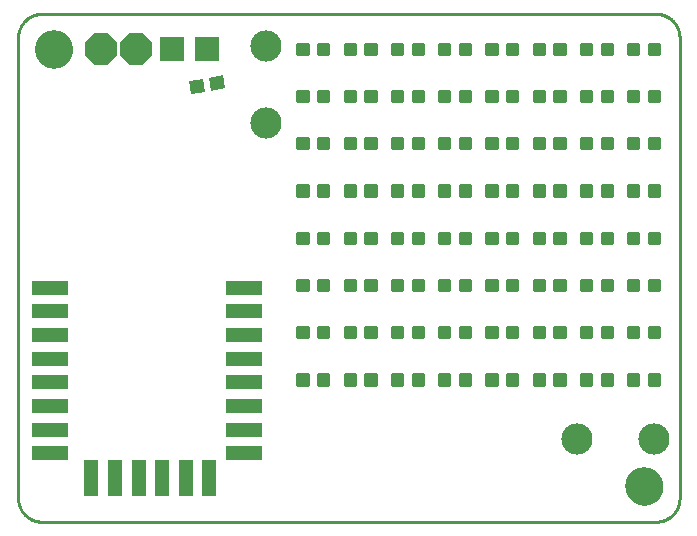
<source format=gts>
G75*
%MOIN*%
%OFA0B0*%
%FSLAX25Y25*%
%IPPOS*%
%LPD*%
%AMOC8*
5,1,8,0,0,1.08239X$1,22.5*
%
%ADD10C,0.01000*%
%ADD11C,0.00000*%
%ADD12C,0.12605*%
%ADD13C,0.01301*%
%ADD14OC8,0.10450*%
%ADD15R,0.04731X0.04337*%
%ADD16R,0.08274X0.08274*%
%ADD17C,0.10400*%
%ADD18R,0.12211X0.05124*%
%ADD19R,0.05124X0.12211*%
D10*
X0009374Y0001500D02*
X0214098Y0001500D01*
X0214288Y0001502D01*
X0214478Y0001509D01*
X0214668Y0001521D01*
X0214858Y0001537D01*
X0215047Y0001557D01*
X0215236Y0001583D01*
X0215424Y0001612D01*
X0215611Y0001647D01*
X0215797Y0001686D01*
X0215982Y0001729D01*
X0216167Y0001777D01*
X0216350Y0001829D01*
X0216531Y0001885D01*
X0216711Y0001946D01*
X0216890Y0002012D01*
X0217067Y0002081D01*
X0217243Y0002155D01*
X0217416Y0002233D01*
X0217588Y0002316D01*
X0217757Y0002402D01*
X0217925Y0002492D01*
X0218090Y0002587D01*
X0218253Y0002685D01*
X0218413Y0002788D01*
X0218571Y0002894D01*
X0218726Y0003004D01*
X0218879Y0003117D01*
X0219029Y0003235D01*
X0219175Y0003356D01*
X0219319Y0003480D01*
X0219460Y0003608D01*
X0219598Y0003739D01*
X0219733Y0003874D01*
X0219864Y0004012D01*
X0219992Y0004153D01*
X0220116Y0004297D01*
X0220237Y0004443D01*
X0220355Y0004593D01*
X0220468Y0004746D01*
X0220578Y0004901D01*
X0220684Y0005059D01*
X0220787Y0005219D01*
X0220885Y0005382D01*
X0220980Y0005547D01*
X0221070Y0005715D01*
X0221156Y0005884D01*
X0221239Y0006056D01*
X0221317Y0006229D01*
X0221391Y0006405D01*
X0221460Y0006582D01*
X0221526Y0006761D01*
X0221587Y0006941D01*
X0221643Y0007122D01*
X0221695Y0007305D01*
X0221743Y0007490D01*
X0221786Y0007675D01*
X0221825Y0007861D01*
X0221860Y0008048D01*
X0221889Y0008236D01*
X0221915Y0008425D01*
X0221935Y0008614D01*
X0221951Y0008804D01*
X0221963Y0008994D01*
X0221970Y0009184D01*
X0221972Y0009374D01*
X0221972Y0162917D01*
X0221970Y0163107D01*
X0221963Y0163297D01*
X0221951Y0163487D01*
X0221935Y0163677D01*
X0221915Y0163866D01*
X0221889Y0164055D01*
X0221860Y0164243D01*
X0221825Y0164430D01*
X0221786Y0164616D01*
X0221743Y0164801D01*
X0221695Y0164986D01*
X0221643Y0165169D01*
X0221587Y0165350D01*
X0221526Y0165530D01*
X0221460Y0165709D01*
X0221391Y0165886D01*
X0221317Y0166062D01*
X0221239Y0166235D01*
X0221156Y0166407D01*
X0221070Y0166576D01*
X0220980Y0166744D01*
X0220885Y0166909D01*
X0220787Y0167072D01*
X0220684Y0167232D01*
X0220578Y0167390D01*
X0220468Y0167545D01*
X0220355Y0167698D01*
X0220237Y0167848D01*
X0220116Y0167994D01*
X0219992Y0168138D01*
X0219864Y0168279D01*
X0219733Y0168417D01*
X0219598Y0168552D01*
X0219460Y0168683D01*
X0219319Y0168811D01*
X0219175Y0168935D01*
X0219029Y0169056D01*
X0218879Y0169174D01*
X0218726Y0169287D01*
X0218571Y0169397D01*
X0218413Y0169503D01*
X0218253Y0169606D01*
X0218090Y0169704D01*
X0217925Y0169799D01*
X0217757Y0169889D01*
X0217588Y0169975D01*
X0217416Y0170058D01*
X0217243Y0170136D01*
X0217067Y0170210D01*
X0216890Y0170279D01*
X0216711Y0170345D01*
X0216531Y0170406D01*
X0216350Y0170462D01*
X0216167Y0170514D01*
X0215982Y0170562D01*
X0215797Y0170605D01*
X0215611Y0170644D01*
X0215424Y0170679D01*
X0215236Y0170708D01*
X0215047Y0170734D01*
X0214858Y0170754D01*
X0214668Y0170770D01*
X0214478Y0170782D01*
X0214288Y0170789D01*
X0214098Y0170791D01*
X0009374Y0170791D01*
X0009184Y0170789D01*
X0008994Y0170782D01*
X0008804Y0170770D01*
X0008614Y0170754D01*
X0008425Y0170734D01*
X0008236Y0170708D01*
X0008048Y0170679D01*
X0007861Y0170644D01*
X0007675Y0170605D01*
X0007490Y0170562D01*
X0007305Y0170514D01*
X0007122Y0170462D01*
X0006941Y0170406D01*
X0006761Y0170345D01*
X0006582Y0170279D01*
X0006405Y0170210D01*
X0006229Y0170136D01*
X0006056Y0170058D01*
X0005884Y0169975D01*
X0005715Y0169889D01*
X0005547Y0169799D01*
X0005382Y0169704D01*
X0005219Y0169606D01*
X0005059Y0169503D01*
X0004901Y0169397D01*
X0004746Y0169287D01*
X0004593Y0169174D01*
X0004443Y0169056D01*
X0004297Y0168935D01*
X0004153Y0168811D01*
X0004012Y0168683D01*
X0003874Y0168552D01*
X0003739Y0168417D01*
X0003608Y0168279D01*
X0003480Y0168138D01*
X0003356Y0167994D01*
X0003235Y0167848D01*
X0003117Y0167698D01*
X0003004Y0167545D01*
X0002894Y0167390D01*
X0002788Y0167232D01*
X0002685Y0167072D01*
X0002587Y0166909D01*
X0002492Y0166744D01*
X0002402Y0166576D01*
X0002316Y0166407D01*
X0002233Y0166235D01*
X0002155Y0166062D01*
X0002081Y0165886D01*
X0002012Y0165709D01*
X0001946Y0165530D01*
X0001885Y0165350D01*
X0001829Y0165169D01*
X0001777Y0164986D01*
X0001729Y0164801D01*
X0001686Y0164616D01*
X0001647Y0164430D01*
X0001612Y0164243D01*
X0001583Y0164055D01*
X0001557Y0163866D01*
X0001537Y0163677D01*
X0001521Y0163487D01*
X0001509Y0163297D01*
X0001502Y0163107D01*
X0001500Y0162917D01*
X0001500Y0009374D01*
X0001502Y0009184D01*
X0001509Y0008994D01*
X0001521Y0008804D01*
X0001537Y0008614D01*
X0001557Y0008425D01*
X0001583Y0008236D01*
X0001612Y0008048D01*
X0001647Y0007861D01*
X0001686Y0007675D01*
X0001729Y0007490D01*
X0001777Y0007305D01*
X0001829Y0007122D01*
X0001885Y0006941D01*
X0001946Y0006761D01*
X0002012Y0006582D01*
X0002081Y0006405D01*
X0002155Y0006229D01*
X0002233Y0006056D01*
X0002316Y0005884D01*
X0002402Y0005715D01*
X0002492Y0005547D01*
X0002587Y0005382D01*
X0002685Y0005219D01*
X0002788Y0005059D01*
X0002894Y0004901D01*
X0003004Y0004746D01*
X0003117Y0004593D01*
X0003235Y0004443D01*
X0003356Y0004297D01*
X0003480Y0004153D01*
X0003608Y0004012D01*
X0003739Y0003874D01*
X0003874Y0003739D01*
X0004012Y0003608D01*
X0004153Y0003480D01*
X0004297Y0003356D01*
X0004443Y0003235D01*
X0004593Y0003117D01*
X0004746Y0003004D01*
X0004901Y0002894D01*
X0005059Y0002788D01*
X0005219Y0002685D01*
X0005382Y0002587D01*
X0005547Y0002492D01*
X0005715Y0002402D01*
X0005884Y0002316D01*
X0006056Y0002233D01*
X0006229Y0002155D01*
X0006405Y0002081D01*
X0006582Y0002012D01*
X0006761Y0001946D01*
X0006941Y0001885D01*
X0007122Y0001829D01*
X0007305Y0001777D01*
X0007490Y0001729D01*
X0007675Y0001686D01*
X0007861Y0001647D01*
X0008048Y0001612D01*
X0008236Y0001583D01*
X0008425Y0001557D01*
X0008614Y0001537D01*
X0008804Y0001521D01*
X0008994Y0001509D01*
X0009184Y0001502D01*
X0009374Y0001500D01*
D11*
X0204059Y0013311D02*
X0204061Y0013467D01*
X0204067Y0013623D01*
X0204077Y0013778D01*
X0204091Y0013933D01*
X0204109Y0014088D01*
X0204131Y0014242D01*
X0204156Y0014396D01*
X0204186Y0014549D01*
X0204220Y0014701D01*
X0204257Y0014853D01*
X0204298Y0015003D01*
X0204343Y0015152D01*
X0204392Y0015300D01*
X0204445Y0015447D01*
X0204501Y0015592D01*
X0204561Y0015736D01*
X0204625Y0015878D01*
X0204693Y0016019D01*
X0204764Y0016157D01*
X0204838Y0016294D01*
X0204916Y0016429D01*
X0204997Y0016562D01*
X0205082Y0016693D01*
X0205170Y0016822D01*
X0205261Y0016948D01*
X0205356Y0017072D01*
X0205453Y0017193D01*
X0205554Y0017312D01*
X0205658Y0017429D01*
X0205764Y0017542D01*
X0205874Y0017653D01*
X0205986Y0017761D01*
X0206101Y0017866D01*
X0206219Y0017969D01*
X0206339Y0018068D01*
X0206462Y0018164D01*
X0206587Y0018257D01*
X0206714Y0018346D01*
X0206844Y0018433D01*
X0206976Y0018516D01*
X0207110Y0018595D01*
X0207246Y0018672D01*
X0207384Y0018744D01*
X0207523Y0018814D01*
X0207665Y0018879D01*
X0207808Y0018941D01*
X0207952Y0018999D01*
X0208098Y0019054D01*
X0208246Y0019105D01*
X0208394Y0019152D01*
X0208544Y0019195D01*
X0208695Y0019234D01*
X0208847Y0019270D01*
X0208999Y0019301D01*
X0209153Y0019329D01*
X0209307Y0019353D01*
X0209461Y0019373D01*
X0209616Y0019389D01*
X0209772Y0019401D01*
X0209927Y0019409D01*
X0210083Y0019413D01*
X0210239Y0019413D01*
X0210395Y0019409D01*
X0210550Y0019401D01*
X0210706Y0019389D01*
X0210861Y0019373D01*
X0211015Y0019353D01*
X0211169Y0019329D01*
X0211323Y0019301D01*
X0211475Y0019270D01*
X0211627Y0019234D01*
X0211778Y0019195D01*
X0211928Y0019152D01*
X0212076Y0019105D01*
X0212224Y0019054D01*
X0212370Y0018999D01*
X0212514Y0018941D01*
X0212657Y0018879D01*
X0212799Y0018814D01*
X0212938Y0018744D01*
X0213076Y0018672D01*
X0213212Y0018595D01*
X0213346Y0018516D01*
X0213478Y0018433D01*
X0213608Y0018346D01*
X0213735Y0018257D01*
X0213860Y0018164D01*
X0213983Y0018068D01*
X0214103Y0017969D01*
X0214221Y0017866D01*
X0214336Y0017761D01*
X0214448Y0017653D01*
X0214558Y0017542D01*
X0214664Y0017429D01*
X0214768Y0017312D01*
X0214869Y0017193D01*
X0214966Y0017072D01*
X0215061Y0016948D01*
X0215152Y0016822D01*
X0215240Y0016693D01*
X0215325Y0016562D01*
X0215406Y0016429D01*
X0215484Y0016294D01*
X0215558Y0016157D01*
X0215629Y0016019D01*
X0215697Y0015878D01*
X0215761Y0015736D01*
X0215821Y0015592D01*
X0215877Y0015447D01*
X0215930Y0015300D01*
X0215979Y0015152D01*
X0216024Y0015003D01*
X0216065Y0014853D01*
X0216102Y0014701D01*
X0216136Y0014549D01*
X0216166Y0014396D01*
X0216191Y0014242D01*
X0216213Y0014088D01*
X0216231Y0013933D01*
X0216245Y0013778D01*
X0216255Y0013623D01*
X0216261Y0013467D01*
X0216263Y0013311D01*
X0216261Y0013155D01*
X0216255Y0012999D01*
X0216245Y0012844D01*
X0216231Y0012689D01*
X0216213Y0012534D01*
X0216191Y0012380D01*
X0216166Y0012226D01*
X0216136Y0012073D01*
X0216102Y0011921D01*
X0216065Y0011769D01*
X0216024Y0011619D01*
X0215979Y0011470D01*
X0215930Y0011322D01*
X0215877Y0011175D01*
X0215821Y0011030D01*
X0215761Y0010886D01*
X0215697Y0010744D01*
X0215629Y0010603D01*
X0215558Y0010465D01*
X0215484Y0010328D01*
X0215406Y0010193D01*
X0215325Y0010060D01*
X0215240Y0009929D01*
X0215152Y0009800D01*
X0215061Y0009674D01*
X0214966Y0009550D01*
X0214869Y0009429D01*
X0214768Y0009310D01*
X0214664Y0009193D01*
X0214558Y0009080D01*
X0214448Y0008969D01*
X0214336Y0008861D01*
X0214221Y0008756D01*
X0214103Y0008653D01*
X0213983Y0008554D01*
X0213860Y0008458D01*
X0213735Y0008365D01*
X0213608Y0008276D01*
X0213478Y0008189D01*
X0213346Y0008106D01*
X0213212Y0008027D01*
X0213076Y0007950D01*
X0212938Y0007878D01*
X0212799Y0007808D01*
X0212657Y0007743D01*
X0212514Y0007681D01*
X0212370Y0007623D01*
X0212224Y0007568D01*
X0212076Y0007517D01*
X0211928Y0007470D01*
X0211778Y0007427D01*
X0211627Y0007388D01*
X0211475Y0007352D01*
X0211323Y0007321D01*
X0211169Y0007293D01*
X0211015Y0007269D01*
X0210861Y0007249D01*
X0210706Y0007233D01*
X0210550Y0007221D01*
X0210395Y0007213D01*
X0210239Y0007209D01*
X0210083Y0007209D01*
X0209927Y0007213D01*
X0209772Y0007221D01*
X0209616Y0007233D01*
X0209461Y0007249D01*
X0209307Y0007269D01*
X0209153Y0007293D01*
X0208999Y0007321D01*
X0208847Y0007352D01*
X0208695Y0007388D01*
X0208544Y0007427D01*
X0208394Y0007470D01*
X0208246Y0007517D01*
X0208098Y0007568D01*
X0207952Y0007623D01*
X0207808Y0007681D01*
X0207665Y0007743D01*
X0207523Y0007808D01*
X0207384Y0007878D01*
X0207246Y0007950D01*
X0207110Y0008027D01*
X0206976Y0008106D01*
X0206844Y0008189D01*
X0206714Y0008276D01*
X0206587Y0008365D01*
X0206462Y0008458D01*
X0206339Y0008554D01*
X0206219Y0008653D01*
X0206101Y0008756D01*
X0205986Y0008861D01*
X0205874Y0008969D01*
X0205764Y0009080D01*
X0205658Y0009193D01*
X0205554Y0009310D01*
X0205453Y0009429D01*
X0205356Y0009550D01*
X0205261Y0009674D01*
X0205170Y0009800D01*
X0205082Y0009929D01*
X0204997Y0010060D01*
X0204916Y0010193D01*
X0204838Y0010328D01*
X0204764Y0010465D01*
X0204693Y0010603D01*
X0204625Y0010744D01*
X0204561Y0010886D01*
X0204501Y0011030D01*
X0204445Y0011175D01*
X0204392Y0011322D01*
X0204343Y0011470D01*
X0204298Y0011619D01*
X0204257Y0011769D01*
X0204220Y0011921D01*
X0204186Y0012073D01*
X0204156Y0012226D01*
X0204131Y0012380D01*
X0204109Y0012534D01*
X0204091Y0012689D01*
X0204077Y0012844D01*
X0204067Y0012999D01*
X0204061Y0013155D01*
X0204059Y0013311D01*
X0007209Y0158980D02*
X0007211Y0159136D01*
X0007217Y0159292D01*
X0007227Y0159447D01*
X0007241Y0159602D01*
X0007259Y0159757D01*
X0007281Y0159911D01*
X0007306Y0160065D01*
X0007336Y0160218D01*
X0007370Y0160370D01*
X0007407Y0160522D01*
X0007448Y0160672D01*
X0007493Y0160821D01*
X0007542Y0160969D01*
X0007595Y0161116D01*
X0007651Y0161261D01*
X0007711Y0161405D01*
X0007775Y0161547D01*
X0007843Y0161688D01*
X0007914Y0161826D01*
X0007988Y0161963D01*
X0008066Y0162098D01*
X0008147Y0162231D01*
X0008232Y0162362D01*
X0008320Y0162491D01*
X0008411Y0162617D01*
X0008506Y0162741D01*
X0008603Y0162862D01*
X0008704Y0162981D01*
X0008808Y0163098D01*
X0008914Y0163211D01*
X0009024Y0163322D01*
X0009136Y0163430D01*
X0009251Y0163535D01*
X0009369Y0163638D01*
X0009489Y0163737D01*
X0009612Y0163833D01*
X0009737Y0163926D01*
X0009864Y0164015D01*
X0009994Y0164102D01*
X0010126Y0164185D01*
X0010260Y0164264D01*
X0010396Y0164341D01*
X0010534Y0164413D01*
X0010673Y0164483D01*
X0010815Y0164548D01*
X0010958Y0164610D01*
X0011102Y0164668D01*
X0011248Y0164723D01*
X0011396Y0164774D01*
X0011544Y0164821D01*
X0011694Y0164864D01*
X0011845Y0164903D01*
X0011997Y0164939D01*
X0012149Y0164970D01*
X0012303Y0164998D01*
X0012457Y0165022D01*
X0012611Y0165042D01*
X0012766Y0165058D01*
X0012922Y0165070D01*
X0013077Y0165078D01*
X0013233Y0165082D01*
X0013389Y0165082D01*
X0013545Y0165078D01*
X0013700Y0165070D01*
X0013856Y0165058D01*
X0014011Y0165042D01*
X0014165Y0165022D01*
X0014319Y0164998D01*
X0014473Y0164970D01*
X0014625Y0164939D01*
X0014777Y0164903D01*
X0014928Y0164864D01*
X0015078Y0164821D01*
X0015226Y0164774D01*
X0015374Y0164723D01*
X0015520Y0164668D01*
X0015664Y0164610D01*
X0015807Y0164548D01*
X0015949Y0164483D01*
X0016088Y0164413D01*
X0016226Y0164341D01*
X0016362Y0164264D01*
X0016496Y0164185D01*
X0016628Y0164102D01*
X0016758Y0164015D01*
X0016885Y0163926D01*
X0017010Y0163833D01*
X0017133Y0163737D01*
X0017253Y0163638D01*
X0017371Y0163535D01*
X0017486Y0163430D01*
X0017598Y0163322D01*
X0017708Y0163211D01*
X0017814Y0163098D01*
X0017918Y0162981D01*
X0018019Y0162862D01*
X0018116Y0162741D01*
X0018211Y0162617D01*
X0018302Y0162491D01*
X0018390Y0162362D01*
X0018475Y0162231D01*
X0018556Y0162098D01*
X0018634Y0161963D01*
X0018708Y0161826D01*
X0018779Y0161688D01*
X0018847Y0161547D01*
X0018911Y0161405D01*
X0018971Y0161261D01*
X0019027Y0161116D01*
X0019080Y0160969D01*
X0019129Y0160821D01*
X0019174Y0160672D01*
X0019215Y0160522D01*
X0019252Y0160370D01*
X0019286Y0160218D01*
X0019316Y0160065D01*
X0019341Y0159911D01*
X0019363Y0159757D01*
X0019381Y0159602D01*
X0019395Y0159447D01*
X0019405Y0159292D01*
X0019411Y0159136D01*
X0019413Y0158980D01*
X0019411Y0158824D01*
X0019405Y0158668D01*
X0019395Y0158513D01*
X0019381Y0158358D01*
X0019363Y0158203D01*
X0019341Y0158049D01*
X0019316Y0157895D01*
X0019286Y0157742D01*
X0019252Y0157590D01*
X0019215Y0157438D01*
X0019174Y0157288D01*
X0019129Y0157139D01*
X0019080Y0156991D01*
X0019027Y0156844D01*
X0018971Y0156699D01*
X0018911Y0156555D01*
X0018847Y0156413D01*
X0018779Y0156272D01*
X0018708Y0156134D01*
X0018634Y0155997D01*
X0018556Y0155862D01*
X0018475Y0155729D01*
X0018390Y0155598D01*
X0018302Y0155469D01*
X0018211Y0155343D01*
X0018116Y0155219D01*
X0018019Y0155098D01*
X0017918Y0154979D01*
X0017814Y0154862D01*
X0017708Y0154749D01*
X0017598Y0154638D01*
X0017486Y0154530D01*
X0017371Y0154425D01*
X0017253Y0154322D01*
X0017133Y0154223D01*
X0017010Y0154127D01*
X0016885Y0154034D01*
X0016758Y0153945D01*
X0016628Y0153858D01*
X0016496Y0153775D01*
X0016362Y0153696D01*
X0016226Y0153619D01*
X0016088Y0153547D01*
X0015949Y0153477D01*
X0015807Y0153412D01*
X0015664Y0153350D01*
X0015520Y0153292D01*
X0015374Y0153237D01*
X0015226Y0153186D01*
X0015078Y0153139D01*
X0014928Y0153096D01*
X0014777Y0153057D01*
X0014625Y0153021D01*
X0014473Y0152990D01*
X0014319Y0152962D01*
X0014165Y0152938D01*
X0014011Y0152918D01*
X0013856Y0152902D01*
X0013700Y0152890D01*
X0013545Y0152882D01*
X0013389Y0152878D01*
X0013233Y0152878D01*
X0013077Y0152882D01*
X0012922Y0152890D01*
X0012766Y0152902D01*
X0012611Y0152918D01*
X0012457Y0152938D01*
X0012303Y0152962D01*
X0012149Y0152990D01*
X0011997Y0153021D01*
X0011845Y0153057D01*
X0011694Y0153096D01*
X0011544Y0153139D01*
X0011396Y0153186D01*
X0011248Y0153237D01*
X0011102Y0153292D01*
X0010958Y0153350D01*
X0010815Y0153412D01*
X0010673Y0153477D01*
X0010534Y0153547D01*
X0010396Y0153619D01*
X0010260Y0153696D01*
X0010126Y0153775D01*
X0009994Y0153858D01*
X0009864Y0153945D01*
X0009737Y0154034D01*
X0009612Y0154127D01*
X0009489Y0154223D01*
X0009369Y0154322D01*
X0009251Y0154425D01*
X0009136Y0154530D01*
X0009024Y0154638D01*
X0008914Y0154749D01*
X0008808Y0154862D01*
X0008704Y0154979D01*
X0008603Y0155098D01*
X0008506Y0155219D01*
X0008411Y0155343D01*
X0008320Y0155469D01*
X0008232Y0155598D01*
X0008147Y0155729D01*
X0008066Y0155862D01*
X0007988Y0155997D01*
X0007914Y0156134D01*
X0007843Y0156272D01*
X0007775Y0156413D01*
X0007711Y0156555D01*
X0007651Y0156699D01*
X0007595Y0156844D01*
X0007542Y0156991D01*
X0007493Y0157139D01*
X0007448Y0157288D01*
X0007407Y0157438D01*
X0007370Y0157590D01*
X0007336Y0157742D01*
X0007306Y0157895D01*
X0007281Y0158049D01*
X0007259Y0158203D01*
X0007241Y0158358D01*
X0007227Y0158513D01*
X0007217Y0158668D01*
X0007211Y0158824D01*
X0007209Y0158980D01*
D12*
X0013311Y0158980D03*
X0210161Y0013311D03*
D13*
X0205191Y0047226D02*
X0205191Y0050262D01*
X0208227Y0050262D01*
X0208227Y0047226D01*
X0205191Y0047226D01*
X0205191Y0048526D02*
X0208227Y0048526D01*
X0208227Y0049826D02*
X0205191Y0049826D01*
X0196348Y0050262D02*
X0196348Y0047226D01*
X0196348Y0050262D02*
X0199384Y0050262D01*
X0199384Y0047226D01*
X0196348Y0047226D01*
X0196348Y0048526D02*
X0199384Y0048526D01*
X0199384Y0049826D02*
X0196348Y0049826D01*
X0189443Y0050262D02*
X0189443Y0047226D01*
X0189443Y0050262D02*
X0192479Y0050262D01*
X0192479Y0047226D01*
X0189443Y0047226D01*
X0189443Y0048526D02*
X0192479Y0048526D01*
X0192479Y0049826D02*
X0189443Y0049826D01*
X0180600Y0050262D02*
X0180600Y0047226D01*
X0180600Y0050262D02*
X0183636Y0050262D01*
X0183636Y0047226D01*
X0180600Y0047226D01*
X0180600Y0048526D02*
X0183636Y0048526D01*
X0183636Y0049826D02*
X0180600Y0049826D01*
X0173695Y0050262D02*
X0173695Y0047226D01*
X0173695Y0050262D02*
X0176731Y0050262D01*
X0176731Y0047226D01*
X0173695Y0047226D01*
X0173695Y0048526D02*
X0176731Y0048526D01*
X0176731Y0049826D02*
X0173695Y0049826D01*
X0164852Y0050262D02*
X0164852Y0047226D01*
X0164852Y0050262D02*
X0167888Y0050262D01*
X0167888Y0047226D01*
X0164852Y0047226D01*
X0164852Y0048526D02*
X0167888Y0048526D01*
X0167888Y0049826D02*
X0164852Y0049826D01*
X0157947Y0050262D02*
X0157947Y0047226D01*
X0157947Y0050262D02*
X0160983Y0050262D01*
X0160983Y0047226D01*
X0157947Y0047226D01*
X0157947Y0048526D02*
X0160983Y0048526D01*
X0160983Y0049826D02*
X0157947Y0049826D01*
X0149104Y0050262D02*
X0149104Y0047226D01*
X0149104Y0050262D02*
X0152140Y0050262D01*
X0152140Y0047226D01*
X0149104Y0047226D01*
X0149104Y0048526D02*
X0152140Y0048526D01*
X0152140Y0049826D02*
X0149104Y0049826D01*
X0142199Y0050262D02*
X0142199Y0047226D01*
X0142199Y0050262D02*
X0145235Y0050262D01*
X0145235Y0047226D01*
X0142199Y0047226D01*
X0142199Y0048526D02*
X0145235Y0048526D01*
X0145235Y0049826D02*
X0142199Y0049826D01*
X0133356Y0050262D02*
X0133356Y0047226D01*
X0133356Y0050262D02*
X0136392Y0050262D01*
X0136392Y0047226D01*
X0133356Y0047226D01*
X0133356Y0048526D02*
X0136392Y0048526D01*
X0136392Y0049826D02*
X0133356Y0049826D01*
X0126451Y0050262D02*
X0126451Y0047226D01*
X0126451Y0050262D02*
X0129487Y0050262D01*
X0129487Y0047226D01*
X0126451Y0047226D01*
X0126451Y0048526D02*
X0129487Y0048526D01*
X0129487Y0049826D02*
X0126451Y0049826D01*
X0117608Y0050262D02*
X0117608Y0047226D01*
X0117608Y0050262D02*
X0120644Y0050262D01*
X0120644Y0047226D01*
X0117608Y0047226D01*
X0117608Y0048526D02*
X0120644Y0048526D01*
X0120644Y0049826D02*
X0117608Y0049826D01*
X0110702Y0050262D02*
X0110702Y0047226D01*
X0110702Y0050262D02*
X0113738Y0050262D01*
X0113738Y0047226D01*
X0110702Y0047226D01*
X0110702Y0048526D02*
X0113738Y0048526D01*
X0113738Y0049826D02*
X0110702Y0049826D01*
X0101860Y0050262D02*
X0101860Y0047226D01*
X0101860Y0050262D02*
X0104896Y0050262D01*
X0104896Y0047226D01*
X0101860Y0047226D01*
X0101860Y0048526D02*
X0104896Y0048526D01*
X0104896Y0049826D02*
X0101860Y0049826D01*
X0094954Y0050262D02*
X0094954Y0047226D01*
X0094954Y0050262D02*
X0097990Y0050262D01*
X0097990Y0047226D01*
X0094954Y0047226D01*
X0094954Y0048526D02*
X0097990Y0048526D01*
X0097990Y0049826D02*
X0094954Y0049826D01*
X0094954Y0062974D02*
X0094954Y0066010D01*
X0097990Y0066010D01*
X0097990Y0062974D01*
X0094954Y0062974D01*
X0094954Y0064274D02*
X0097990Y0064274D01*
X0097990Y0065574D02*
X0094954Y0065574D01*
X0101860Y0066010D02*
X0101860Y0062974D01*
X0101860Y0066010D02*
X0104896Y0066010D01*
X0104896Y0062974D01*
X0101860Y0062974D01*
X0101860Y0064274D02*
X0104896Y0064274D01*
X0104896Y0065574D02*
X0101860Y0065574D01*
X0110702Y0066010D02*
X0110702Y0062974D01*
X0110702Y0066010D02*
X0113738Y0066010D01*
X0113738Y0062974D01*
X0110702Y0062974D01*
X0110702Y0064274D02*
X0113738Y0064274D01*
X0113738Y0065574D02*
X0110702Y0065574D01*
X0117608Y0066010D02*
X0117608Y0062974D01*
X0117608Y0066010D02*
X0120644Y0066010D01*
X0120644Y0062974D01*
X0117608Y0062974D01*
X0117608Y0064274D02*
X0120644Y0064274D01*
X0120644Y0065574D02*
X0117608Y0065574D01*
X0126451Y0066010D02*
X0126451Y0062974D01*
X0126451Y0066010D02*
X0129487Y0066010D01*
X0129487Y0062974D01*
X0126451Y0062974D01*
X0126451Y0064274D02*
X0129487Y0064274D01*
X0129487Y0065574D02*
X0126451Y0065574D01*
X0133356Y0066010D02*
X0133356Y0062974D01*
X0133356Y0066010D02*
X0136392Y0066010D01*
X0136392Y0062974D01*
X0133356Y0062974D01*
X0133356Y0064274D02*
X0136392Y0064274D01*
X0136392Y0065574D02*
X0133356Y0065574D01*
X0142199Y0066010D02*
X0142199Y0062974D01*
X0142199Y0066010D02*
X0145235Y0066010D01*
X0145235Y0062974D01*
X0142199Y0062974D01*
X0142199Y0064274D02*
X0145235Y0064274D01*
X0145235Y0065574D02*
X0142199Y0065574D01*
X0149104Y0066010D02*
X0149104Y0062974D01*
X0149104Y0066010D02*
X0152140Y0066010D01*
X0152140Y0062974D01*
X0149104Y0062974D01*
X0149104Y0064274D02*
X0152140Y0064274D01*
X0152140Y0065574D02*
X0149104Y0065574D01*
X0157947Y0066010D02*
X0157947Y0062974D01*
X0157947Y0066010D02*
X0160983Y0066010D01*
X0160983Y0062974D01*
X0157947Y0062974D01*
X0157947Y0064274D02*
X0160983Y0064274D01*
X0160983Y0065574D02*
X0157947Y0065574D01*
X0164852Y0066010D02*
X0164852Y0062974D01*
X0164852Y0066010D02*
X0167888Y0066010D01*
X0167888Y0062974D01*
X0164852Y0062974D01*
X0164852Y0064274D02*
X0167888Y0064274D01*
X0167888Y0065574D02*
X0164852Y0065574D01*
X0173695Y0066010D02*
X0173695Y0062974D01*
X0173695Y0066010D02*
X0176731Y0066010D01*
X0176731Y0062974D01*
X0173695Y0062974D01*
X0173695Y0064274D02*
X0176731Y0064274D01*
X0176731Y0065574D02*
X0173695Y0065574D01*
X0180600Y0066010D02*
X0180600Y0062974D01*
X0180600Y0066010D02*
X0183636Y0066010D01*
X0183636Y0062974D01*
X0180600Y0062974D01*
X0180600Y0064274D02*
X0183636Y0064274D01*
X0183636Y0065574D02*
X0180600Y0065574D01*
X0189443Y0066010D02*
X0189443Y0062974D01*
X0189443Y0066010D02*
X0192479Y0066010D01*
X0192479Y0062974D01*
X0189443Y0062974D01*
X0189443Y0064274D02*
X0192479Y0064274D01*
X0192479Y0065574D02*
X0189443Y0065574D01*
X0196348Y0066010D02*
X0196348Y0062974D01*
X0196348Y0066010D02*
X0199384Y0066010D01*
X0199384Y0062974D01*
X0196348Y0062974D01*
X0196348Y0064274D02*
X0199384Y0064274D01*
X0199384Y0065574D02*
X0196348Y0065574D01*
X0205191Y0066010D02*
X0205191Y0062974D01*
X0205191Y0066010D02*
X0208227Y0066010D01*
X0208227Y0062974D01*
X0205191Y0062974D01*
X0205191Y0064274D02*
X0208227Y0064274D01*
X0208227Y0065574D02*
X0205191Y0065574D01*
X0212096Y0066010D02*
X0212096Y0062974D01*
X0212096Y0066010D02*
X0215132Y0066010D01*
X0215132Y0062974D01*
X0212096Y0062974D01*
X0212096Y0064274D02*
X0215132Y0064274D01*
X0215132Y0065574D02*
X0212096Y0065574D01*
X0212096Y0078722D02*
X0212096Y0081758D01*
X0215132Y0081758D01*
X0215132Y0078722D01*
X0212096Y0078722D01*
X0212096Y0080022D02*
X0215132Y0080022D01*
X0215132Y0081322D02*
X0212096Y0081322D01*
X0205191Y0081758D02*
X0205191Y0078722D01*
X0205191Y0081758D02*
X0208227Y0081758D01*
X0208227Y0078722D01*
X0205191Y0078722D01*
X0205191Y0080022D02*
X0208227Y0080022D01*
X0208227Y0081322D02*
X0205191Y0081322D01*
X0196348Y0081758D02*
X0196348Y0078722D01*
X0196348Y0081758D02*
X0199384Y0081758D01*
X0199384Y0078722D01*
X0196348Y0078722D01*
X0196348Y0080022D02*
X0199384Y0080022D01*
X0199384Y0081322D02*
X0196348Y0081322D01*
X0189443Y0081758D02*
X0189443Y0078722D01*
X0189443Y0081758D02*
X0192479Y0081758D01*
X0192479Y0078722D01*
X0189443Y0078722D01*
X0189443Y0080022D02*
X0192479Y0080022D01*
X0192479Y0081322D02*
X0189443Y0081322D01*
X0180600Y0081758D02*
X0180600Y0078722D01*
X0180600Y0081758D02*
X0183636Y0081758D01*
X0183636Y0078722D01*
X0180600Y0078722D01*
X0180600Y0080022D02*
X0183636Y0080022D01*
X0183636Y0081322D02*
X0180600Y0081322D01*
X0173695Y0081758D02*
X0173695Y0078722D01*
X0173695Y0081758D02*
X0176731Y0081758D01*
X0176731Y0078722D01*
X0173695Y0078722D01*
X0173695Y0080022D02*
X0176731Y0080022D01*
X0176731Y0081322D02*
X0173695Y0081322D01*
X0164852Y0081758D02*
X0164852Y0078722D01*
X0164852Y0081758D02*
X0167888Y0081758D01*
X0167888Y0078722D01*
X0164852Y0078722D01*
X0164852Y0080022D02*
X0167888Y0080022D01*
X0167888Y0081322D02*
X0164852Y0081322D01*
X0157947Y0081758D02*
X0157947Y0078722D01*
X0157947Y0081758D02*
X0160983Y0081758D01*
X0160983Y0078722D01*
X0157947Y0078722D01*
X0157947Y0080022D02*
X0160983Y0080022D01*
X0160983Y0081322D02*
X0157947Y0081322D01*
X0149104Y0081758D02*
X0149104Y0078722D01*
X0149104Y0081758D02*
X0152140Y0081758D01*
X0152140Y0078722D01*
X0149104Y0078722D01*
X0149104Y0080022D02*
X0152140Y0080022D01*
X0152140Y0081322D02*
X0149104Y0081322D01*
X0142199Y0081758D02*
X0142199Y0078722D01*
X0142199Y0081758D02*
X0145235Y0081758D01*
X0145235Y0078722D01*
X0142199Y0078722D01*
X0142199Y0080022D02*
X0145235Y0080022D01*
X0145235Y0081322D02*
X0142199Y0081322D01*
X0133356Y0081758D02*
X0133356Y0078722D01*
X0133356Y0081758D02*
X0136392Y0081758D01*
X0136392Y0078722D01*
X0133356Y0078722D01*
X0133356Y0080022D02*
X0136392Y0080022D01*
X0136392Y0081322D02*
X0133356Y0081322D01*
X0126451Y0081758D02*
X0126451Y0078722D01*
X0126451Y0081758D02*
X0129487Y0081758D01*
X0129487Y0078722D01*
X0126451Y0078722D01*
X0126451Y0080022D02*
X0129487Y0080022D01*
X0129487Y0081322D02*
X0126451Y0081322D01*
X0117608Y0081758D02*
X0117608Y0078722D01*
X0117608Y0081758D02*
X0120644Y0081758D01*
X0120644Y0078722D01*
X0117608Y0078722D01*
X0117608Y0080022D02*
X0120644Y0080022D01*
X0120644Y0081322D02*
X0117608Y0081322D01*
X0110702Y0081758D02*
X0110702Y0078722D01*
X0110702Y0081758D02*
X0113738Y0081758D01*
X0113738Y0078722D01*
X0110702Y0078722D01*
X0110702Y0080022D02*
X0113738Y0080022D01*
X0113738Y0081322D02*
X0110702Y0081322D01*
X0101860Y0081758D02*
X0101860Y0078722D01*
X0101860Y0081758D02*
X0104896Y0081758D01*
X0104896Y0078722D01*
X0101860Y0078722D01*
X0101860Y0080022D02*
X0104896Y0080022D01*
X0104896Y0081322D02*
X0101860Y0081322D01*
X0094954Y0081758D02*
X0094954Y0078722D01*
X0094954Y0081758D02*
X0097990Y0081758D01*
X0097990Y0078722D01*
X0094954Y0078722D01*
X0094954Y0080022D02*
X0097990Y0080022D01*
X0097990Y0081322D02*
X0094954Y0081322D01*
X0094954Y0094470D02*
X0094954Y0097506D01*
X0097990Y0097506D01*
X0097990Y0094470D01*
X0094954Y0094470D01*
X0094954Y0095770D02*
X0097990Y0095770D01*
X0097990Y0097070D02*
X0094954Y0097070D01*
X0101860Y0097506D02*
X0101860Y0094470D01*
X0101860Y0097506D02*
X0104896Y0097506D01*
X0104896Y0094470D01*
X0101860Y0094470D01*
X0101860Y0095770D02*
X0104896Y0095770D01*
X0104896Y0097070D02*
X0101860Y0097070D01*
X0110702Y0097506D02*
X0110702Y0094470D01*
X0110702Y0097506D02*
X0113738Y0097506D01*
X0113738Y0094470D01*
X0110702Y0094470D01*
X0110702Y0095770D02*
X0113738Y0095770D01*
X0113738Y0097070D02*
X0110702Y0097070D01*
X0117608Y0097506D02*
X0117608Y0094470D01*
X0117608Y0097506D02*
X0120644Y0097506D01*
X0120644Y0094470D01*
X0117608Y0094470D01*
X0117608Y0095770D02*
X0120644Y0095770D01*
X0120644Y0097070D02*
X0117608Y0097070D01*
X0126451Y0097506D02*
X0126451Y0094470D01*
X0126451Y0097506D02*
X0129487Y0097506D01*
X0129487Y0094470D01*
X0126451Y0094470D01*
X0126451Y0095770D02*
X0129487Y0095770D01*
X0129487Y0097070D02*
X0126451Y0097070D01*
X0133356Y0097506D02*
X0133356Y0094470D01*
X0133356Y0097506D02*
X0136392Y0097506D01*
X0136392Y0094470D01*
X0133356Y0094470D01*
X0133356Y0095770D02*
X0136392Y0095770D01*
X0136392Y0097070D02*
X0133356Y0097070D01*
X0142199Y0097506D02*
X0142199Y0094470D01*
X0142199Y0097506D02*
X0145235Y0097506D01*
X0145235Y0094470D01*
X0142199Y0094470D01*
X0142199Y0095770D02*
X0145235Y0095770D01*
X0145235Y0097070D02*
X0142199Y0097070D01*
X0149104Y0097506D02*
X0149104Y0094470D01*
X0149104Y0097506D02*
X0152140Y0097506D01*
X0152140Y0094470D01*
X0149104Y0094470D01*
X0149104Y0095770D02*
X0152140Y0095770D01*
X0152140Y0097070D02*
X0149104Y0097070D01*
X0157947Y0097506D02*
X0157947Y0094470D01*
X0157947Y0097506D02*
X0160983Y0097506D01*
X0160983Y0094470D01*
X0157947Y0094470D01*
X0157947Y0095770D02*
X0160983Y0095770D01*
X0160983Y0097070D02*
X0157947Y0097070D01*
X0164852Y0097506D02*
X0164852Y0094470D01*
X0164852Y0097506D02*
X0167888Y0097506D01*
X0167888Y0094470D01*
X0164852Y0094470D01*
X0164852Y0095770D02*
X0167888Y0095770D01*
X0167888Y0097070D02*
X0164852Y0097070D01*
X0173695Y0097506D02*
X0173695Y0094470D01*
X0173695Y0097506D02*
X0176731Y0097506D01*
X0176731Y0094470D01*
X0173695Y0094470D01*
X0173695Y0095770D02*
X0176731Y0095770D01*
X0176731Y0097070D02*
X0173695Y0097070D01*
X0180600Y0097506D02*
X0180600Y0094470D01*
X0180600Y0097506D02*
X0183636Y0097506D01*
X0183636Y0094470D01*
X0180600Y0094470D01*
X0180600Y0095770D02*
X0183636Y0095770D01*
X0183636Y0097070D02*
X0180600Y0097070D01*
X0189443Y0097506D02*
X0189443Y0094470D01*
X0189443Y0097506D02*
X0192479Y0097506D01*
X0192479Y0094470D01*
X0189443Y0094470D01*
X0189443Y0095770D02*
X0192479Y0095770D01*
X0192479Y0097070D02*
X0189443Y0097070D01*
X0196348Y0097506D02*
X0196348Y0094470D01*
X0196348Y0097506D02*
X0199384Y0097506D01*
X0199384Y0094470D01*
X0196348Y0094470D01*
X0196348Y0095770D02*
X0199384Y0095770D01*
X0199384Y0097070D02*
X0196348Y0097070D01*
X0205191Y0097506D02*
X0205191Y0094470D01*
X0205191Y0097506D02*
X0208227Y0097506D01*
X0208227Y0094470D01*
X0205191Y0094470D01*
X0205191Y0095770D02*
X0208227Y0095770D01*
X0208227Y0097070D02*
X0205191Y0097070D01*
X0212096Y0097506D02*
X0212096Y0094470D01*
X0212096Y0097506D02*
X0215132Y0097506D01*
X0215132Y0094470D01*
X0212096Y0094470D01*
X0212096Y0095770D02*
X0215132Y0095770D01*
X0215132Y0097070D02*
X0212096Y0097070D01*
X0212096Y0110218D02*
X0212096Y0113254D01*
X0215132Y0113254D01*
X0215132Y0110218D01*
X0212096Y0110218D01*
X0212096Y0111518D02*
X0215132Y0111518D01*
X0215132Y0112818D02*
X0212096Y0112818D01*
X0205191Y0113254D02*
X0205191Y0110218D01*
X0205191Y0113254D02*
X0208227Y0113254D01*
X0208227Y0110218D01*
X0205191Y0110218D01*
X0205191Y0111518D02*
X0208227Y0111518D01*
X0208227Y0112818D02*
X0205191Y0112818D01*
X0196348Y0113254D02*
X0196348Y0110218D01*
X0196348Y0113254D02*
X0199384Y0113254D01*
X0199384Y0110218D01*
X0196348Y0110218D01*
X0196348Y0111518D02*
X0199384Y0111518D01*
X0199384Y0112818D02*
X0196348Y0112818D01*
X0189443Y0113254D02*
X0189443Y0110218D01*
X0189443Y0113254D02*
X0192479Y0113254D01*
X0192479Y0110218D01*
X0189443Y0110218D01*
X0189443Y0111518D02*
X0192479Y0111518D01*
X0192479Y0112818D02*
X0189443Y0112818D01*
X0180600Y0113254D02*
X0180600Y0110218D01*
X0180600Y0113254D02*
X0183636Y0113254D01*
X0183636Y0110218D01*
X0180600Y0110218D01*
X0180600Y0111518D02*
X0183636Y0111518D01*
X0183636Y0112818D02*
X0180600Y0112818D01*
X0173695Y0113254D02*
X0173695Y0110218D01*
X0173695Y0113254D02*
X0176731Y0113254D01*
X0176731Y0110218D01*
X0173695Y0110218D01*
X0173695Y0111518D02*
X0176731Y0111518D01*
X0176731Y0112818D02*
X0173695Y0112818D01*
X0164852Y0113254D02*
X0164852Y0110218D01*
X0164852Y0113254D02*
X0167888Y0113254D01*
X0167888Y0110218D01*
X0164852Y0110218D01*
X0164852Y0111518D02*
X0167888Y0111518D01*
X0167888Y0112818D02*
X0164852Y0112818D01*
X0157947Y0113254D02*
X0157947Y0110218D01*
X0157947Y0113254D02*
X0160983Y0113254D01*
X0160983Y0110218D01*
X0157947Y0110218D01*
X0157947Y0111518D02*
X0160983Y0111518D01*
X0160983Y0112818D02*
X0157947Y0112818D01*
X0149104Y0113254D02*
X0149104Y0110218D01*
X0149104Y0113254D02*
X0152140Y0113254D01*
X0152140Y0110218D01*
X0149104Y0110218D01*
X0149104Y0111518D02*
X0152140Y0111518D01*
X0152140Y0112818D02*
X0149104Y0112818D01*
X0142199Y0113254D02*
X0142199Y0110218D01*
X0142199Y0113254D02*
X0145235Y0113254D01*
X0145235Y0110218D01*
X0142199Y0110218D01*
X0142199Y0111518D02*
X0145235Y0111518D01*
X0145235Y0112818D02*
X0142199Y0112818D01*
X0133356Y0113254D02*
X0133356Y0110218D01*
X0133356Y0113254D02*
X0136392Y0113254D01*
X0136392Y0110218D01*
X0133356Y0110218D01*
X0133356Y0111518D02*
X0136392Y0111518D01*
X0136392Y0112818D02*
X0133356Y0112818D01*
X0126451Y0113254D02*
X0126451Y0110218D01*
X0126451Y0113254D02*
X0129487Y0113254D01*
X0129487Y0110218D01*
X0126451Y0110218D01*
X0126451Y0111518D02*
X0129487Y0111518D01*
X0129487Y0112818D02*
X0126451Y0112818D01*
X0117608Y0113254D02*
X0117608Y0110218D01*
X0117608Y0113254D02*
X0120644Y0113254D01*
X0120644Y0110218D01*
X0117608Y0110218D01*
X0117608Y0111518D02*
X0120644Y0111518D01*
X0120644Y0112818D02*
X0117608Y0112818D01*
X0110702Y0113254D02*
X0110702Y0110218D01*
X0110702Y0113254D02*
X0113738Y0113254D01*
X0113738Y0110218D01*
X0110702Y0110218D01*
X0110702Y0111518D02*
X0113738Y0111518D01*
X0113738Y0112818D02*
X0110702Y0112818D01*
X0101860Y0113254D02*
X0101860Y0110218D01*
X0101860Y0113254D02*
X0104896Y0113254D01*
X0104896Y0110218D01*
X0101860Y0110218D01*
X0101860Y0111518D02*
X0104896Y0111518D01*
X0104896Y0112818D02*
X0101860Y0112818D01*
X0094954Y0113254D02*
X0094954Y0110218D01*
X0094954Y0113254D02*
X0097990Y0113254D01*
X0097990Y0110218D01*
X0094954Y0110218D01*
X0094954Y0111518D02*
X0097990Y0111518D01*
X0097990Y0112818D02*
X0094954Y0112818D01*
X0094954Y0125966D02*
X0094954Y0129002D01*
X0097990Y0129002D01*
X0097990Y0125966D01*
X0094954Y0125966D01*
X0094954Y0127266D02*
X0097990Y0127266D01*
X0097990Y0128566D02*
X0094954Y0128566D01*
X0101860Y0129002D02*
X0101860Y0125966D01*
X0101860Y0129002D02*
X0104896Y0129002D01*
X0104896Y0125966D01*
X0101860Y0125966D01*
X0101860Y0127266D02*
X0104896Y0127266D01*
X0104896Y0128566D02*
X0101860Y0128566D01*
X0110702Y0129002D02*
X0110702Y0125966D01*
X0110702Y0129002D02*
X0113738Y0129002D01*
X0113738Y0125966D01*
X0110702Y0125966D01*
X0110702Y0127266D02*
X0113738Y0127266D01*
X0113738Y0128566D02*
X0110702Y0128566D01*
X0117608Y0129002D02*
X0117608Y0125966D01*
X0117608Y0129002D02*
X0120644Y0129002D01*
X0120644Y0125966D01*
X0117608Y0125966D01*
X0117608Y0127266D02*
X0120644Y0127266D01*
X0120644Y0128566D02*
X0117608Y0128566D01*
X0126451Y0129002D02*
X0126451Y0125966D01*
X0126451Y0129002D02*
X0129487Y0129002D01*
X0129487Y0125966D01*
X0126451Y0125966D01*
X0126451Y0127266D02*
X0129487Y0127266D01*
X0129487Y0128566D02*
X0126451Y0128566D01*
X0133356Y0129002D02*
X0133356Y0125966D01*
X0133356Y0129002D02*
X0136392Y0129002D01*
X0136392Y0125966D01*
X0133356Y0125966D01*
X0133356Y0127266D02*
X0136392Y0127266D01*
X0136392Y0128566D02*
X0133356Y0128566D01*
X0142199Y0129002D02*
X0142199Y0125966D01*
X0142199Y0129002D02*
X0145235Y0129002D01*
X0145235Y0125966D01*
X0142199Y0125966D01*
X0142199Y0127266D02*
X0145235Y0127266D01*
X0145235Y0128566D02*
X0142199Y0128566D01*
X0149104Y0129002D02*
X0149104Y0125966D01*
X0149104Y0129002D02*
X0152140Y0129002D01*
X0152140Y0125966D01*
X0149104Y0125966D01*
X0149104Y0127266D02*
X0152140Y0127266D01*
X0152140Y0128566D02*
X0149104Y0128566D01*
X0157947Y0129002D02*
X0157947Y0125966D01*
X0157947Y0129002D02*
X0160983Y0129002D01*
X0160983Y0125966D01*
X0157947Y0125966D01*
X0157947Y0127266D02*
X0160983Y0127266D01*
X0160983Y0128566D02*
X0157947Y0128566D01*
X0164852Y0129002D02*
X0164852Y0125966D01*
X0164852Y0129002D02*
X0167888Y0129002D01*
X0167888Y0125966D01*
X0164852Y0125966D01*
X0164852Y0127266D02*
X0167888Y0127266D01*
X0167888Y0128566D02*
X0164852Y0128566D01*
X0173695Y0129002D02*
X0173695Y0125966D01*
X0173695Y0129002D02*
X0176731Y0129002D01*
X0176731Y0125966D01*
X0173695Y0125966D01*
X0173695Y0127266D02*
X0176731Y0127266D01*
X0176731Y0128566D02*
X0173695Y0128566D01*
X0180600Y0129002D02*
X0180600Y0125966D01*
X0180600Y0129002D02*
X0183636Y0129002D01*
X0183636Y0125966D01*
X0180600Y0125966D01*
X0180600Y0127266D02*
X0183636Y0127266D01*
X0183636Y0128566D02*
X0180600Y0128566D01*
X0189443Y0129002D02*
X0189443Y0125966D01*
X0189443Y0129002D02*
X0192479Y0129002D01*
X0192479Y0125966D01*
X0189443Y0125966D01*
X0189443Y0127266D02*
X0192479Y0127266D01*
X0192479Y0128566D02*
X0189443Y0128566D01*
X0196348Y0129002D02*
X0196348Y0125966D01*
X0196348Y0129002D02*
X0199384Y0129002D01*
X0199384Y0125966D01*
X0196348Y0125966D01*
X0196348Y0127266D02*
X0199384Y0127266D01*
X0199384Y0128566D02*
X0196348Y0128566D01*
X0205191Y0129002D02*
X0205191Y0125966D01*
X0205191Y0129002D02*
X0208227Y0129002D01*
X0208227Y0125966D01*
X0205191Y0125966D01*
X0205191Y0127266D02*
X0208227Y0127266D01*
X0208227Y0128566D02*
X0205191Y0128566D01*
X0212096Y0129002D02*
X0212096Y0125966D01*
X0212096Y0129002D02*
X0215132Y0129002D01*
X0215132Y0125966D01*
X0212096Y0125966D01*
X0212096Y0127266D02*
X0215132Y0127266D01*
X0215132Y0128566D02*
X0212096Y0128566D01*
X0212096Y0141714D02*
X0212096Y0144750D01*
X0215132Y0144750D01*
X0215132Y0141714D01*
X0212096Y0141714D01*
X0212096Y0143014D02*
X0215132Y0143014D01*
X0215132Y0144314D02*
X0212096Y0144314D01*
X0205191Y0144750D02*
X0205191Y0141714D01*
X0205191Y0144750D02*
X0208227Y0144750D01*
X0208227Y0141714D01*
X0205191Y0141714D01*
X0205191Y0143014D02*
X0208227Y0143014D01*
X0208227Y0144314D02*
X0205191Y0144314D01*
X0196348Y0144750D02*
X0196348Y0141714D01*
X0196348Y0144750D02*
X0199384Y0144750D01*
X0199384Y0141714D01*
X0196348Y0141714D01*
X0196348Y0143014D02*
X0199384Y0143014D01*
X0199384Y0144314D02*
X0196348Y0144314D01*
X0189443Y0144750D02*
X0189443Y0141714D01*
X0189443Y0144750D02*
X0192479Y0144750D01*
X0192479Y0141714D01*
X0189443Y0141714D01*
X0189443Y0143014D02*
X0192479Y0143014D01*
X0192479Y0144314D02*
X0189443Y0144314D01*
X0180600Y0144750D02*
X0180600Y0141714D01*
X0180600Y0144750D02*
X0183636Y0144750D01*
X0183636Y0141714D01*
X0180600Y0141714D01*
X0180600Y0143014D02*
X0183636Y0143014D01*
X0183636Y0144314D02*
X0180600Y0144314D01*
X0173695Y0144750D02*
X0173695Y0141714D01*
X0173695Y0144750D02*
X0176731Y0144750D01*
X0176731Y0141714D01*
X0173695Y0141714D01*
X0173695Y0143014D02*
X0176731Y0143014D01*
X0176731Y0144314D02*
X0173695Y0144314D01*
X0164852Y0144750D02*
X0164852Y0141714D01*
X0164852Y0144750D02*
X0167888Y0144750D01*
X0167888Y0141714D01*
X0164852Y0141714D01*
X0164852Y0143014D02*
X0167888Y0143014D01*
X0167888Y0144314D02*
X0164852Y0144314D01*
X0157947Y0144750D02*
X0157947Y0141714D01*
X0157947Y0144750D02*
X0160983Y0144750D01*
X0160983Y0141714D01*
X0157947Y0141714D01*
X0157947Y0143014D02*
X0160983Y0143014D01*
X0160983Y0144314D02*
X0157947Y0144314D01*
X0149104Y0144750D02*
X0149104Y0141714D01*
X0149104Y0144750D02*
X0152140Y0144750D01*
X0152140Y0141714D01*
X0149104Y0141714D01*
X0149104Y0143014D02*
X0152140Y0143014D01*
X0152140Y0144314D02*
X0149104Y0144314D01*
X0142199Y0144750D02*
X0142199Y0141714D01*
X0142199Y0144750D02*
X0145235Y0144750D01*
X0145235Y0141714D01*
X0142199Y0141714D01*
X0142199Y0143014D02*
X0145235Y0143014D01*
X0145235Y0144314D02*
X0142199Y0144314D01*
X0133356Y0144750D02*
X0133356Y0141714D01*
X0133356Y0144750D02*
X0136392Y0144750D01*
X0136392Y0141714D01*
X0133356Y0141714D01*
X0133356Y0143014D02*
X0136392Y0143014D01*
X0136392Y0144314D02*
X0133356Y0144314D01*
X0126451Y0144750D02*
X0126451Y0141714D01*
X0126451Y0144750D02*
X0129487Y0144750D01*
X0129487Y0141714D01*
X0126451Y0141714D01*
X0126451Y0143014D02*
X0129487Y0143014D01*
X0129487Y0144314D02*
X0126451Y0144314D01*
X0117608Y0144750D02*
X0117608Y0141714D01*
X0117608Y0144750D02*
X0120644Y0144750D01*
X0120644Y0141714D01*
X0117608Y0141714D01*
X0117608Y0143014D02*
X0120644Y0143014D01*
X0120644Y0144314D02*
X0117608Y0144314D01*
X0110702Y0144750D02*
X0110702Y0141714D01*
X0110702Y0144750D02*
X0113738Y0144750D01*
X0113738Y0141714D01*
X0110702Y0141714D01*
X0110702Y0143014D02*
X0113738Y0143014D01*
X0113738Y0144314D02*
X0110702Y0144314D01*
X0101860Y0144750D02*
X0101860Y0141714D01*
X0101860Y0144750D02*
X0104896Y0144750D01*
X0104896Y0141714D01*
X0101860Y0141714D01*
X0101860Y0143014D02*
X0104896Y0143014D01*
X0104896Y0144314D02*
X0101860Y0144314D01*
X0094954Y0144750D02*
X0094954Y0141714D01*
X0094954Y0144750D02*
X0097990Y0144750D01*
X0097990Y0141714D01*
X0094954Y0141714D01*
X0094954Y0143014D02*
X0097990Y0143014D01*
X0097990Y0144314D02*
X0094954Y0144314D01*
X0094954Y0157462D02*
X0094954Y0160498D01*
X0097990Y0160498D01*
X0097990Y0157462D01*
X0094954Y0157462D01*
X0094954Y0158762D02*
X0097990Y0158762D01*
X0097990Y0160062D02*
X0094954Y0160062D01*
X0101860Y0160498D02*
X0101860Y0157462D01*
X0101860Y0160498D02*
X0104896Y0160498D01*
X0104896Y0157462D01*
X0101860Y0157462D01*
X0101860Y0158762D02*
X0104896Y0158762D01*
X0104896Y0160062D02*
X0101860Y0160062D01*
X0110702Y0160498D02*
X0110702Y0157462D01*
X0110702Y0160498D02*
X0113738Y0160498D01*
X0113738Y0157462D01*
X0110702Y0157462D01*
X0110702Y0158762D02*
X0113738Y0158762D01*
X0113738Y0160062D02*
X0110702Y0160062D01*
X0117608Y0160498D02*
X0117608Y0157462D01*
X0117608Y0160498D02*
X0120644Y0160498D01*
X0120644Y0157462D01*
X0117608Y0157462D01*
X0117608Y0158762D02*
X0120644Y0158762D01*
X0120644Y0160062D02*
X0117608Y0160062D01*
X0126451Y0160498D02*
X0126451Y0157462D01*
X0126451Y0160498D02*
X0129487Y0160498D01*
X0129487Y0157462D01*
X0126451Y0157462D01*
X0126451Y0158762D02*
X0129487Y0158762D01*
X0129487Y0160062D02*
X0126451Y0160062D01*
X0133356Y0160498D02*
X0133356Y0157462D01*
X0133356Y0160498D02*
X0136392Y0160498D01*
X0136392Y0157462D01*
X0133356Y0157462D01*
X0133356Y0158762D02*
X0136392Y0158762D01*
X0136392Y0160062D02*
X0133356Y0160062D01*
X0142199Y0160498D02*
X0142199Y0157462D01*
X0142199Y0160498D02*
X0145235Y0160498D01*
X0145235Y0157462D01*
X0142199Y0157462D01*
X0142199Y0158762D02*
X0145235Y0158762D01*
X0145235Y0160062D02*
X0142199Y0160062D01*
X0149104Y0160498D02*
X0149104Y0157462D01*
X0149104Y0160498D02*
X0152140Y0160498D01*
X0152140Y0157462D01*
X0149104Y0157462D01*
X0149104Y0158762D02*
X0152140Y0158762D01*
X0152140Y0160062D02*
X0149104Y0160062D01*
X0157947Y0160498D02*
X0157947Y0157462D01*
X0157947Y0160498D02*
X0160983Y0160498D01*
X0160983Y0157462D01*
X0157947Y0157462D01*
X0157947Y0158762D02*
X0160983Y0158762D01*
X0160983Y0160062D02*
X0157947Y0160062D01*
X0164852Y0160498D02*
X0164852Y0157462D01*
X0164852Y0160498D02*
X0167888Y0160498D01*
X0167888Y0157462D01*
X0164852Y0157462D01*
X0164852Y0158762D02*
X0167888Y0158762D01*
X0167888Y0160062D02*
X0164852Y0160062D01*
X0173695Y0160498D02*
X0173695Y0157462D01*
X0173695Y0160498D02*
X0176731Y0160498D01*
X0176731Y0157462D01*
X0173695Y0157462D01*
X0173695Y0158762D02*
X0176731Y0158762D01*
X0176731Y0160062D02*
X0173695Y0160062D01*
X0180600Y0160498D02*
X0180600Y0157462D01*
X0180600Y0160498D02*
X0183636Y0160498D01*
X0183636Y0157462D01*
X0180600Y0157462D01*
X0180600Y0158762D02*
X0183636Y0158762D01*
X0183636Y0160062D02*
X0180600Y0160062D01*
X0189443Y0160498D02*
X0189443Y0157462D01*
X0189443Y0160498D02*
X0192479Y0160498D01*
X0192479Y0157462D01*
X0189443Y0157462D01*
X0189443Y0158762D02*
X0192479Y0158762D01*
X0192479Y0160062D02*
X0189443Y0160062D01*
X0196348Y0160498D02*
X0196348Y0157462D01*
X0196348Y0160498D02*
X0199384Y0160498D01*
X0199384Y0157462D01*
X0196348Y0157462D01*
X0196348Y0158762D02*
X0199384Y0158762D01*
X0199384Y0160062D02*
X0196348Y0160062D01*
X0205191Y0160498D02*
X0205191Y0157462D01*
X0205191Y0160498D02*
X0208227Y0160498D01*
X0208227Y0157462D01*
X0205191Y0157462D01*
X0205191Y0158762D02*
X0208227Y0158762D01*
X0208227Y0160062D02*
X0205191Y0160062D01*
X0212096Y0160498D02*
X0212096Y0157462D01*
X0212096Y0160498D02*
X0215132Y0160498D01*
X0215132Y0157462D01*
X0212096Y0157462D01*
X0212096Y0158762D02*
X0215132Y0158762D01*
X0215132Y0160062D02*
X0212096Y0160062D01*
X0212096Y0050262D02*
X0212096Y0047226D01*
X0212096Y0050262D02*
X0215132Y0050262D01*
X0215132Y0047226D01*
X0212096Y0047226D01*
X0212096Y0048526D02*
X0215132Y0048526D01*
X0215132Y0049826D02*
X0212096Y0049826D01*
D14*
X0040870Y0158980D03*
X0029059Y0158980D03*
D15*
G36*
X0063902Y0144864D02*
X0059245Y0144043D01*
X0058492Y0148312D01*
X0063149Y0149133D01*
X0063902Y0144864D01*
G37*
G36*
X0070493Y0146026D02*
X0065836Y0145205D01*
X0065083Y0149474D01*
X0069740Y0150295D01*
X0070493Y0146026D01*
G37*
D16*
X0064492Y0158980D03*
X0052681Y0158980D03*
D17*
X0084177Y0159965D03*
X0084177Y0134374D03*
X0187917Y0029059D03*
X0213508Y0029059D03*
D18*
X0076697Y0032209D03*
X0076697Y0024335D03*
X0076697Y0040083D03*
X0076697Y0047957D03*
X0076697Y0055831D03*
X0076697Y0063705D03*
X0076697Y0071579D03*
X0076697Y0079453D03*
X0012130Y0079453D03*
X0012130Y0071579D03*
X0012130Y0063705D03*
X0012130Y0055831D03*
X0012130Y0047957D03*
X0012130Y0040083D03*
X0012130Y0032209D03*
X0012130Y0024335D03*
D19*
X0025909Y0016067D03*
X0033783Y0016067D03*
X0041657Y0016067D03*
X0049531Y0016067D03*
X0057406Y0016067D03*
X0065280Y0016067D03*
M02*

</source>
